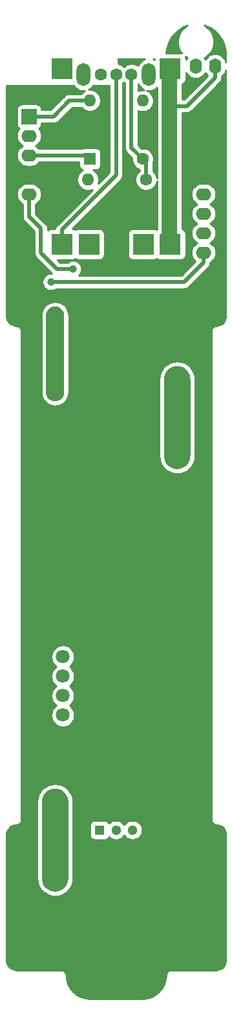
<source format=gtl>
G04 #@! TF.GenerationSoftware,KiCad,Pcbnew,(5.1.5)-3*
G04 #@! TF.CreationDate,2020-05-23T22:10:46-07:00*
G04 #@! TF.ProjectId,iSpindel_PCB,69537069-6e64-4656-9c5f-5043422e6b69,rev?*
G04 #@! TF.SameCoordinates,Original*
G04 #@! TF.FileFunction,Copper,L1,Top*
G04 #@! TF.FilePolarity,Positive*
%FSLAX46Y46*%
G04 Gerber Fmt 4.6, Leading zero omitted, Abs format (unit mm)*
G04 Created by KiCad (PCBNEW (5.1.5)-3) date 2020-05-23 22:10:46*
%MOMM*%
%LPD*%
G04 APERTURE LIST*
%ADD10R,2.800000X2.800000*%
%ADD11C,1.600000*%
%ADD12O,1.600000X1.600000*%
%ADD13O,2.000000X1.600000*%
%ADD14R,2.000000X2.000000*%
%ADD15O,1.600000X2.000000*%
%ADD16C,1.800000*%
%ADD17C,0.100000*%
%ADD18O,1.800000X3.000000*%
%ADD19R,1.600000X1.600000*%
%ADD20C,1.300000*%
%ADD21R,1.300000X1.300000*%
%ADD22C,1.000000*%
%ADD23C,0.250000*%
%ADD24C,0.500000*%
%ADD25C,2.000000*%
%ADD26C,0.254000*%
G04 APERTURE END LIST*
D10*
X141732400Y-40562000D03*
X155932400Y-40562000D03*
X141732400Y-63462000D03*
X155932400Y-63462000D03*
X145272400Y-63462000D03*
X152392400Y-63462000D03*
D11*
X152771800Y-55016400D03*
D12*
X145151800Y-55016400D03*
D13*
X160299400Y-56946800D03*
X160299400Y-59486800D03*
X160299400Y-62026800D03*
X160299400Y-64566800D03*
X137439400Y-56946800D03*
X137439400Y-51866800D03*
D14*
X137439400Y-46786800D03*
D13*
X137439400Y-49326800D03*
D15*
X161810000Y-40195000D03*
X159270000Y-40195000D03*
D16*
X141869400Y-117372000D03*
X141869400Y-119912000D03*
X141869400Y-122452000D03*
X141869400Y-124992000D03*
G04 #@! TA.AperFunction,WasherPad*
D17*
G36*
X141013081Y-134595306D02*
G01*
X141180532Y-134620145D01*
X141344742Y-134661278D01*
X141504130Y-134718308D01*
X141657160Y-134790686D01*
X141802360Y-134877715D01*
X141938329Y-134978557D01*
X142063760Y-135092241D01*
X142177444Y-135217672D01*
X142278286Y-135353641D01*
X142365315Y-135498841D01*
X142437693Y-135651871D01*
X142494723Y-135811259D01*
X142535856Y-135975469D01*
X142560695Y-136142920D01*
X142569001Y-136312000D01*
X142569001Y-146312000D01*
X142560695Y-146481080D01*
X142535856Y-146648531D01*
X142494723Y-146812741D01*
X142437693Y-146972129D01*
X142365315Y-147125159D01*
X142278286Y-147270359D01*
X142177444Y-147406328D01*
X142063760Y-147531759D01*
X141938329Y-147645443D01*
X141802360Y-147746285D01*
X141657160Y-147833314D01*
X141504130Y-147905692D01*
X141344742Y-147962722D01*
X141180532Y-148003855D01*
X141013081Y-148028694D01*
X140844001Y-148037000D01*
X140843999Y-148037000D01*
X140674919Y-148028694D01*
X140507468Y-148003855D01*
X140343258Y-147962722D01*
X140183870Y-147905692D01*
X140030840Y-147833314D01*
X139885640Y-147746285D01*
X139749671Y-147645443D01*
X139624240Y-147531759D01*
X139510556Y-147406328D01*
X139409714Y-147270359D01*
X139322685Y-147125159D01*
X139250307Y-146972129D01*
X139193277Y-146812741D01*
X139152144Y-146648531D01*
X139127305Y-146481080D01*
X139118999Y-146312000D01*
X139118999Y-136312000D01*
X139127305Y-136142920D01*
X139152144Y-135975469D01*
X139193277Y-135811259D01*
X139250307Y-135651871D01*
X139322685Y-135498841D01*
X139409714Y-135353641D01*
X139510556Y-135217672D01*
X139624240Y-135092241D01*
X139749671Y-134978557D01*
X139885640Y-134877715D01*
X140030840Y-134790686D01*
X140183870Y-134718308D01*
X140343258Y-134661278D01*
X140507468Y-134620145D01*
X140674919Y-134595306D01*
X140843999Y-134587000D01*
X140844001Y-134587000D01*
X141013081Y-134595306D01*
G37*
G04 #@! TD.AperFunction*
G04 #@! TA.AperFunction,WasherPad*
G36*
X157013081Y-79395306D02*
G01*
X157180532Y-79420145D01*
X157344742Y-79461278D01*
X157504130Y-79518308D01*
X157657160Y-79590686D01*
X157802360Y-79677715D01*
X157938329Y-79778557D01*
X158063760Y-79892241D01*
X158177444Y-80017672D01*
X158278286Y-80153641D01*
X158365315Y-80298841D01*
X158437693Y-80451871D01*
X158494723Y-80611259D01*
X158535856Y-80775469D01*
X158560695Y-80942920D01*
X158569001Y-81112000D01*
X158569001Y-91112000D01*
X158560695Y-91281080D01*
X158535856Y-91448531D01*
X158494723Y-91612741D01*
X158437693Y-91772129D01*
X158365315Y-91925159D01*
X158278286Y-92070359D01*
X158177444Y-92206328D01*
X158063760Y-92331759D01*
X157938329Y-92445443D01*
X157802360Y-92546285D01*
X157657160Y-92633314D01*
X157504130Y-92705692D01*
X157344742Y-92762722D01*
X157180532Y-92803855D01*
X157013081Y-92828694D01*
X156844001Y-92837000D01*
X156843999Y-92837000D01*
X156674919Y-92828694D01*
X156507468Y-92803855D01*
X156343258Y-92762722D01*
X156183870Y-92705692D01*
X156030840Y-92633314D01*
X155885640Y-92546285D01*
X155749671Y-92445443D01*
X155624240Y-92331759D01*
X155510556Y-92206328D01*
X155409714Y-92070359D01*
X155322685Y-91925159D01*
X155250307Y-91772129D01*
X155193277Y-91612741D01*
X155152144Y-91448531D01*
X155127305Y-91281080D01*
X155118999Y-91112000D01*
X155118999Y-81112000D01*
X155127305Y-80942920D01*
X155152144Y-80775469D01*
X155193277Y-80611259D01*
X155250307Y-80451871D01*
X155322685Y-80298841D01*
X155409714Y-80153641D01*
X155510556Y-80017672D01*
X155624240Y-79892241D01*
X155749671Y-79778557D01*
X155885640Y-79677715D01*
X156030840Y-79590686D01*
X156183870Y-79518308D01*
X156343258Y-79461278D01*
X156507468Y-79420145D01*
X156674919Y-79395306D01*
X156843999Y-79387000D01*
X156844001Y-79387000D01*
X157013081Y-79395306D01*
G37*
G04 #@! TD.AperFunction*
G04 #@! TA.AperFunction,WasherPad*
G36*
X140961131Y-71592754D02*
G01*
X141077134Y-71609962D01*
X141190891Y-71638456D01*
X141301308Y-71677964D01*
X141407320Y-71728104D01*
X141507907Y-71788394D01*
X141602101Y-71858253D01*
X141688994Y-71937007D01*
X141767748Y-72023900D01*
X141837607Y-72118094D01*
X141897897Y-72218681D01*
X141948037Y-72324693D01*
X141987545Y-72435110D01*
X142016039Y-72548867D01*
X142033247Y-72664870D01*
X142039001Y-72782000D01*
X142039001Y-82782000D01*
X142033247Y-82899130D01*
X142016039Y-83015133D01*
X141987545Y-83128890D01*
X141948037Y-83239307D01*
X141897897Y-83345319D01*
X141837607Y-83445906D01*
X141767748Y-83540100D01*
X141688994Y-83626993D01*
X141602101Y-83705747D01*
X141507907Y-83775606D01*
X141407320Y-83835896D01*
X141301308Y-83886036D01*
X141190891Y-83925544D01*
X141077134Y-83954038D01*
X140961131Y-83971246D01*
X140844001Y-83977000D01*
X140843999Y-83977000D01*
X140726869Y-83971246D01*
X140610866Y-83954038D01*
X140497109Y-83925544D01*
X140386692Y-83886036D01*
X140280680Y-83835896D01*
X140180093Y-83775606D01*
X140085899Y-83705747D01*
X139999006Y-83626993D01*
X139920252Y-83540100D01*
X139850393Y-83445906D01*
X139790103Y-83345319D01*
X139739963Y-83239307D01*
X139700455Y-83128890D01*
X139671961Y-83015133D01*
X139654753Y-82899130D01*
X139648999Y-82782000D01*
X139648999Y-72782000D01*
X139654753Y-72664870D01*
X139671961Y-72548867D01*
X139700455Y-72435110D01*
X139739963Y-72324693D01*
X139790103Y-72218681D01*
X139850393Y-72118094D01*
X139920252Y-72023900D01*
X139999006Y-71937007D01*
X140085899Y-71858253D01*
X140180093Y-71788394D01*
X140280680Y-71728104D01*
X140386692Y-71677964D01*
X140497109Y-71638456D01*
X140610866Y-71609962D01*
X140726869Y-71592754D01*
X140843999Y-71587000D01*
X140844001Y-71587000D01*
X140961131Y-71592754D01*
G37*
G04 #@! TD.AperFunction*
D11*
X148842400Y-41292600D03*
X150842400Y-41292600D03*
X146842400Y-41292600D03*
D18*
X153142400Y-41292600D03*
X144542400Y-41292600D03*
D12*
X152323800Y-44729400D03*
D11*
X152323800Y-52349400D03*
D19*
X145389600Y-52324000D03*
D12*
X145389600Y-44704000D03*
D20*
X148831300Y-140000000D03*
X150990300Y-140000000D03*
D21*
X146672300Y-140000000D03*
D22*
X143200000Y-66700000D03*
X140300000Y-68400000D03*
D23*
X137896600Y-52324000D02*
X137439400Y-51866800D01*
D24*
X144932400Y-51866800D02*
X145389600Y-52324000D01*
X137439400Y-51866800D02*
X144932400Y-51866800D01*
X137439400Y-46786800D02*
X140634720Y-46786800D01*
X142717520Y-44704000D02*
X145389600Y-44704000D01*
X140634720Y-46786800D02*
X142717520Y-44704000D01*
X137439400Y-59839400D02*
X139000000Y-61400000D01*
X137439400Y-56946800D02*
X137439400Y-59839400D01*
X142492894Y-66700000D02*
X143200000Y-66700000D01*
X141080398Y-66700000D02*
X142492894Y-66700000D01*
X139000000Y-64619602D02*
X141080398Y-66700000D01*
X139000000Y-61400000D02*
X139000000Y-64619602D01*
D23*
X152374600Y-54619200D02*
X152771800Y-55016400D01*
D24*
X152771800Y-52797400D02*
X152323800Y-52349400D01*
X152771800Y-55016400D02*
X152771800Y-52797400D01*
X157766200Y-68400000D02*
X143400000Y-68400000D01*
X160299400Y-64566800D02*
X160299400Y-65866800D01*
X160299400Y-65866800D02*
X157766200Y-68400000D01*
X143400000Y-68400000D02*
X140300000Y-68400000D01*
X150842400Y-50868000D02*
X150842400Y-41292600D01*
X152323800Y-52349400D02*
X150842400Y-50868000D01*
X148842400Y-42423970D02*
X148842400Y-41292600D01*
X141732400Y-61562000D02*
X148842400Y-54452000D01*
X148842400Y-54452000D02*
X148842400Y-42423970D01*
X141732400Y-63462000D02*
X141732400Y-61562000D01*
D23*
X155832400Y-63162000D02*
X156132400Y-63462000D01*
X160099400Y-62026800D02*
X160299400Y-62026800D01*
D24*
X155832400Y-46978160D02*
X156079640Y-46730920D01*
D25*
X155832400Y-46978160D02*
X155832400Y-63162000D01*
X155832400Y-45416880D02*
X155832400Y-46978160D01*
X155832400Y-40562000D02*
X155832400Y-45416880D01*
D24*
X160299400Y-62026800D02*
X160499400Y-62026800D01*
X155832400Y-45416880D02*
X155851040Y-45435520D01*
X161810000Y-41695000D02*
X161810000Y-40195000D01*
X158088120Y-45416880D02*
X161810000Y-41695000D01*
X155832400Y-45416880D02*
X158088120Y-45416880D01*
D23*
X160299400Y-56946800D02*
X160499400Y-56946800D01*
D26*
G36*
X163213000Y-42561485D02*
G01*
X163211006Y-42581730D01*
X163211006Y-42612911D01*
X163211005Y-42612921D01*
X163211006Y-42612931D01*
X163210988Y-72788946D01*
X163183328Y-73071049D01*
X163110419Y-73312535D01*
X162991991Y-73535265D01*
X162832560Y-73730747D01*
X162638195Y-73891540D01*
X162416301Y-74011518D01*
X162175327Y-74086111D01*
X161920071Y-74112940D01*
X161915433Y-74112483D01*
X161790949Y-74124744D01*
X161671249Y-74161054D01*
X161560933Y-74220020D01*
X161464239Y-74299373D01*
X161384886Y-74396068D01*
X161325920Y-74506384D01*
X161289610Y-74626084D01*
X161280421Y-74719378D01*
X161280422Y-138713390D01*
X161289611Y-138806684D01*
X161325921Y-138926384D01*
X161384887Y-139036700D01*
X161464240Y-139133394D01*
X161560934Y-139212747D01*
X161671250Y-139271713D01*
X161790950Y-139308023D01*
X161853411Y-139314175D01*
X161853467Y-139314181D01*
X161854286Y-139314261D01*
X161915433Y-139320284D01*
X161915572Y-139320270D01*
X162166482Y-139344872D01*
X162407968Y-139417781D01*
X162630698Y-139536209D01*
X162826180Y-139695640D01*
X162986974Y-139890007D01*
X163106951Y-140111898D01*
X163181544Y-140352873D01*
X163210988Y-140633012D01*
X163210989Y-156946757D01*
X163183328Y-157228869D01*
X163110419Y-157470355D01*
X162991991Y-157693085D01*
X162832560Y-157888567D01*
X162638195Y-158049360D01*
X162416301Y-158169338D01*
X162175327Y-158243931D01*
X161895188Y-158273375D01*
X155991443Y-158273375D01*
X155898149Y-158282564D01*
X155778449Y-158318874D01*
X155668133Y-158377840D01*
X155571439Y-158457193D01*
X155492086Y-158553887D01*
X155433120Y-158664203D01*
X155396810Y-158783903D01*
X155384549Y-158908387D01*
X155384563Y-158908525D01*
X155325582Y-159510059D01*
X155150845Y-160088815D01*
X154867023Y-160622605D01*
X154484923Y-161091107D01*
X154019102Y-161476468D01*
X153487306Y-161764010D01*
X152909784Y-161942782D01*
X152278610Y-162009121D01*
X152267688Y-162009159D01*
X152240080Y-162011963D01*
X152212335Y-162011769D01*
X152203511Y-162012634D01*
X152070635Y-162026600D01*
X145573774Y-162026600D01*
X145468742Y-162016301D01*
X145468728Y-162016300D01*
X144805089Y-161951230D01*
X144226333Y-161776493D01*
X143692543Y-161492671D01*
X143224041Y-161110571D01*
X142838680Y-160644750D01*
X142551138Y-160112954D01*
X142372366Y-159535432D01*
X142308048Y-158923487D01*
X142309124Y-158912560D01*
X142296863Y-158788076D01*
X142260553Y-158668376D01*
X142201587Y-158558060D01*
X142122234Y-158461366D01*
X142025540Y-158382013D01*
X141915224Y-158323047D01*
X141795524Y-158286737D01*
X141702230Y-158277548D01*
X135831122Y-158277548D01*
X135524818Y-158247515D01*
X135283332Y-158174606D01*
X135060602Y-158056178D01*
X134865120Y-157896747D01*
X134704327Y-157702382D01*
X134584349Y-157480488D01*
X134509756Y-157239514D01*
X134480312Y-156959375D01*
X134480312Y-140645620D01*
X134507972Y-140363518D01*
X134580881Y-140122032D01*
X134699309Y-139899302D01*
X134858740Y-139703820D01*
X135053107Y-139543026D01*
X135274998Y-139423049D01*
X135515973Y-139348456D01*
X135771229Y-139321627D01*
X135775867Y-139322084D01*
X135900351Y-139309823D01*
X136020051Y-139273513D01*
X136130367Y-139214547D01*
X136227061Y-139135194D01*
X136306414Y-139038500D01*
X136365380Y-138928184D01*
X136401690Y-138808484D01*
X136410879Y-138715190D01*
X136410879Y-136312000D01*
X138480927Y-136312000D01*
X138480927Y-146312000D01*
X138526333Y-146773012D01*
X138660805Y-147216309D01*
X138879176Y-147624852D01*
X139173055Y-147982944D01*
X139531147Y-148276823D01*
X139939690Y-148495194D01*
X140382987Y-148629666D01*
X140843999Y-148675072D01*
X140844001Y-148675072D01*
X141305013Y-148629666D01*
X141748310Y-148495194D01*
X142156853Y-148276823D01*
X142514945Y-147982944D01*
X142808824Y-147624852D01*
X143027195Y-147216309D01*
X143161667Y-146773012D01*
X143207073Y-146312000D01*
X143207073Y-139350000D01*
X145384228Y-139350000D01*
X145384228Y-140650000D01*
X145396488Y-140774482D01*
X145432798Y-140894180D01*
X145491763Y-141004494D01*
X145571115Y-141101185D01*
X145667806Y-141180537D01*
X145778120Y-141239502D01*
X145897818Y-141275812D01*
X146022300Y-141288072D01*
X147322300Y-141288072D01*
X147446782Y-141275812D01*
X147566480Y-141239502D01*
X147676794Y-141180537D01*
X147773485Y-141101185D01*
X147852837Y-141004494D01*
X147910553Y-140896518D01*
X148012160Y-140998125D01*
X148222624Y-141138753D01*
X148456479Y-141235619D01*
X148704739Y-141285000D01*
X148957861Y-141285000D01*
X149206121Y-141235619D01*
X149439976Y-141138753D01*
X149650440Y-140998125D01*
X149829425Y-140819140D01*
X149910800Y-140697354D01*
X149992175Y-140819140D01*
X150171160Y-140998125D01*
X150381624Y-141138753D01*
X150615479Y-141235619D01*
X150863739Y-141285000D01*
X151116861Y-141285000D01*
X151365121Y-141235619D01*
X151598976Y-141138753D01*
X151809440Y-140998125D01*
X151988425Y-140819140D01*
X152129053Y-140608676D01*
X152225919Y-140374821D01*
X152275300Y-140126561D01*
X152275300Y-139873439D01*
X152225919Y-139625179D01*
X152129053Y-139391324D01*
X151988425Y-139180860D01*
X151809440Y-139001875D01*
X151598976Y-138861247D01*
X151365121Y-138764381D01*
X151116861Y-138715000D01*
X150863739Y-138715000D01*
X150615479Y-138764381D01*
X150381624Y-138861247D01*
X150171160Y-139001875D01*
X149992175Y-139180860D01*
X149910800Y-139302646D01*
X149829425Y-139180860D01*
X149650440Y-139001875D01*
X149439976Y-138861247D01*
X149206121Y-138764381D01*
X148957861Y-138715000D01*
X148704739Y-138715000D01*
X148456479Y-138764381D01*
X148222624Y-138861247D01*
X148012160Y-139001875D01*
X147910553Y-139103482D01*
X147852837Y-138995506D01*
X147773485Y-138898815D01*
X147676794Y-138819463D01*
X147566480Y-138760498D01*
X147446782Y-138724188D01*
X147322300Y-138711928D01*
X146022300Y-138711928D01*
X145897818Y-138724188D01*
X145778120Y-138760498D01*
X145667806Y-138819463D01*
X145571115Y-138898815D01*
X145491763Y-138995506D01*
X145432798Y-139105820D01*
X145396488Y-139225518D01*
X145384228Y-139350000D01*
X143207073Y-139350000D01*
X143207073Y-136312000D01*
X143161667Y-135850988D01*
X143027195Y-135407691D01*
X142808824Y-134999148D01*
X142514945Y-134641056D01*
X142156853Y-134347177D01*
X141748310Y-134128806D01*
X141305013Y-133994334D01*
X140844001Y-133948928D01*
X140843999Y-133948928D01*
X140382987Y-133994334D01*
X139939690Y-134128806D01*
X139531147Y-134347177D01*
X139173055Y-134641056D01*
X138879176Y-134999148D01*
X138660805Y-135407691D01*
X138526333Y-135850988D01*
X138480927Y-136312000D01*
X136410879Y-136312000D01*
X136410879Y-117220816D01*
X140334400Y-117220816D01*
X140334400Y-117523184D01*
X140393389Y-117819743D01*
X140509101Y-118099095D01*
X140677088Y-118350505D01*
X140890895Y-118564312D01*
X141007163Y-118642000D01*
X140890895Y-118719688D01*
X140677088Y-118933495D01*
X140509101Y-119184905D01*
X140393389Y-119464257D01*
X140334400Y-119760816D01*
X140334400Y-120063184D01*
X140393389Y-120359743D01*
X140509101Y-120639095D01*
X140677088Y-120890505D01*
X140890895Y-121104312D01*
X141007163Y-121182000D01*
X140890895Y-121259688D01*
X140677088Y-121473495D01*
X140509101Y-121724905D01*
X140393389Y-122004257D01*
X140334400Y-122300816D01*
X140334400Y-122603184D01*
X140393389Y-122899743D01*
X140509101Y-123179095D01*
X140677088Y-123430505D01*
X140890895Y-123644312D01*
X141007163Y-123722000D01*
X140890895Y-123799688D01*
X140677088Y-124013495D01*
X140509101Y-124264905D01*
X140393389Y-124544257D01*
X140334400Y-124840816D01*
X140334400Y-125143184D01*
X140393389Y-125439743D01*
X140509101Y-125719095D01*
X140677088Y-125970505D01*
X140890895Y-126184312D01*
X141142305Y-126352299D01*
X141421657Y-126468011D01*
X141718216Y-126527000D01*
X142020584Y-126527000D01*
X142317143Y-126468011D01*
X142596495Y-126352299D01*
X142847905Y-126184312D01*
X143061712Y-125970505D01*
X143229699Y-125719095D01*
X143345411Y-125439743D01*
X143404400Y-125143184D01*
X143404400Y-124840816D01*
X143345411Y-124544257D01*
X143229699Y-124264905D01*
X143061712Y-124013495D01*
X142847905Y-123799688D01*
X142731637Y-123722000D01*
X142847905Y-123644312D01*
X143061712Y-123430505D01*
X143229699Y-123179095D01*
X143345411Y-122899743D01*
X143404400Y-122603184D01*
X143404400Y-122300816D01*
X143345411Y-122004257D01*
X143229699Y-121724905D01*
X143061712Y-121473495D01*
X142847905Y-121259688D01*
X142731637Y-121182000D01*
X142847905Y-121104312D01*
X143061712Y-120890505D01*
X143229699Y-120639095D01*
X143345411Y-120359743D01*
X143404400Y-120063184D01*
X143404400Y-119760816D01*
X143345411Y-119464257D01*
X143229699Y-119184905D01*
X143061712Y-118933495D01*
X142847905Y-118719688D01*
X142731637Y-118642000D01*
X142847905Y-118564312D01*
X143061712Y-118350505D01*
X143229699Y-118099095D01*
X143345411Y-117819743D01*
X143404400Y-117523184D01*
X143404400Y-117220816D01*
X143345411Y-116924257D01*
X143229699Y-116644905D01*
X143061712Y-116393495D01*
X142847905Y-116179688D01*
X142596495Y-116011701D01*
X142317143Y-115895989D01*
X142020584Y-115837000D01*
X141718216Y-115837000D01*
X141421657Y-115895989D01*
X141142305Y-116011701D01*
X140890895Y-116179688D01*
X140677088Y-116393495D01*
X140509101Y-116644905D01*
X140393389Y-116924257D01*
X140334400Y-117220816D01*
X136410879Y-117220816D01*
X136410879Y-74721177D01*
X136401690Y-74627883D01*
X136365380Y-74508183D01*
X136306414Y-74397867D01*
X136227061Y-74301173D01*
X136130366Y-74221820D01*
X136020050Y-74162854D01*
X135900350Y-74126544D01*
X135837889Y-74120392D01*
X135837833Y-74120386D01*
X135837014Y-74120306D01*
X135775867Y-74114283D01*
X135775728Y-74114297D01*
X135524818Y-74089695D01*
X135283332Y-74016786D01*
X135060602Y-73898358D01*
X134865120Y-73738927D01*
X134704327Y-73544562D01*
X134584349Y-73322668D01*
X134509756Y-73081694D01*
X134480312Y-72801555D01*
X134480312Y-72782000D01*
X139010927Y-72782000D01*
X139010927Y-82782000D01*
X139046149Y-83139615D01*
X139150461Y-83483486D01*
X139319855Y-83800400D01*
X139547821Y-84078178D01*
X139825599Y-84306144D01*
X140142513Y-84475538D01*
X140486384Y-84579850D01*
X140843999Y-84615072D01*
X140844001Y-84615072D01*
X141201616Y-84579850D01*
X141545487Y-84475538D01*
X141862401Y-84306144D01*
X142140179Y-84078178D01*
X142368145Y-83800400D01*
X142537539Y-83483486D01*
X142641851Y-83139615D01*
X142677073Y-82782000D01*
X142677073Y-81112000D01*
X154480927Y-81112000D01*
X154480927Y-91112000D01*
X154526333Y-91573012D01*
X154660805Y-92016309D01*
X154879176Y-92424852D01*
X155173055Y-92782944D01*
X155531147Y-93076823D01*
X155939690Y-93295194D01*
X156382987Y-93429666D01*
X156843999Y-93475072D01*
X156844001Y-93475072D01*
X157305013Y-93429666D01*
X157748310Y-93295194D01*
X158156853Y-93076823D01*
X158514945Y-92782944D01*
X158808824Y-92424852D01*
X159027195Y-92016309D01*
X159161667Y-91573012D01*
X159207073Y-91112000D01*
X159207073Y-81112000D01*
X159161667Y-80650988D01*
X159027195Y-80207691D01*
X158808824Y-79799148D01*
X158514945Y-79441056D01*
X158156853Y-79147177D01*
X157748310Y-78928806D01*
X157305013Y-78794334D01*
X156844001Y-78748928D01*
X156843999Y-78748928D01*
X156382987Y-78794334D01*
X155939690Y-78928806D01*
X155531147Y-79147177D01*
X155173055Y-79441056D01*
X154879176Y-79799148D01*
X154660805Y-80207691D01*
X154526333Y-80650988D01*
X154480927Y-81112000D01*
X142677073Y-81112000D01*
X142677073Y-72782000D01*
X142641851Y-72424385D01*
X142537539Y-72080514D01*
X142368145Y-71763600D01*
X142140179Y-71485822D01*
X141862401Y-71257856D01*
X141545487Y-71088462D01*
X141201616Y-70984150D01*
X140844001Y-70948928D01*
X140843999Y-70948928D01*
X140486384Y-70984150D01*
X140142513Y-71088462D01*
X139825599Y-71257856D01*
X139547821Y-71485822D01*
X139319855Y-71763600D01*
X139150461Y-72080514D01*
X139046149Y-72424385D01*
X139010927Y-72782000D01*
X134480312Y-72782000D01*
X134480312Y-42747000D01*
X143258569Y-42747000D01*
X143259920Y-42749527D01*
X143451740Y-42983261D01*
X143685474Y-43175081D01*
X143952140Y-43317617D01*
X144241488Y-43405390D01*
X144542400Y-43435027D01*
X144753542Y-43414232D01*
X144709873Y-43432320D01*
X144474841Y-43589363D01*
X144274963Y-43789241D01*
X144255079Y-43819000D01*
X142760986Y-43819000D01*
X142717519Y-43814719D01*
X142674053Y-43819000D01*
X142674043Y-43819000D01*
X142544030Y-43831805D01*
X142377207Y-43882411D01*
X142223461Y-43964589D01*
X142223459Y-43964590D01*
X142223460Y-43964590D01*
X142122473Y-44047468D01*
X142122471Y-44047470D01*
X142088703Y-44075183D01*
X142060990Y-44108951D01*
X140268142Y-45901800D01*
X139077472Y-45901800D01*
X139077472Y-45786800D01*
X139065212Y-45662318D01*
X139028902Y-45542620D01*
X138969937Y-45432306D01*
X138890585Y-45335615D01*
X138793894Y-45256263D01*
X138683580Y-45197298D01*
X138563882Y-45160988D01*
X138439400Y-45148728D01*
X136439400Y-45148728D01*
X136314918Y-45160988D01*
X136195220Y-45197298D01*
X136084906Y-45256263D01*
X135988215Y-45335615D01*
X135908863Y-45432306D01*
X135849898Y-45542620D01*
X135813588Y-45662318D01*
X135801328Y-45786800D01*
X135801328Y-47786800D01*
X135813588Y-47911282D01*
X135849898Y-48030980D01*
X135908863Y-48141294D01*
X135988215Y-48237985D01*
X136084906Y-48317337D01*
X136172876Y-48364359D01*
X136040468Y-48525699D01*
X135907218Y-48774992D01*
X135825164Y-49045491D01*
X135797457Y-49326800D01*
X135825164Y-49608109D01*
X135907218Y-49878608D01*
X136040468Y-50127901D01*
X136219792Y-50346408D01*
X136438299Y-50525732D01*
X136571258Y-50596800D01*
X136438299Y-50667868D01*
X136219792Y-50847192D01*
X136040468Y-51065699D01*
X135907218Y-51314992D01*
X135825164Y-51585491D01*
X135797457Y-51866800D01*
X135825164Y-52148109D01*
X135907218Y-52418608D01*
X136040468Y-52667901D01*
X136219792Y-52886408D01*
X136438299Y-53065732D01*
X136687592Y-53198982D01*
X136958091Y-53281036D01*
X137168908Y-53301800D01*
X137709892Y-53301800D01*
X137920709Y-53281036D01*
X138191208Y-53198982D01*
X138440501Y-53065732D01*
X138659008Y-52886408D01*
X138769478Y-52751800D01*
X143951528Y-52751800D01*
X143951528Y-53124000D01*
X143963788Y-53248482D01*
X144000098Y-53368180D01*
X144059063Y-53478494D01*
X144138415Y-53575185D01*
X144235106Y-53654537D01*
X144345420Y-53713502D01*
X144464660Y-53749673D01*
X144237041Y-53901763D01*
X144037163Y-54101641D01*
X143880120Y-54336673D01*
X143771947Y-54597826D01*
X143716800Y-54875065D01*
X143716800Y-55157735D01*
X143771947Y-55434974D01*
X143880120Y-55696127D01*
X144037163Y-55931159D01*
X144237041Y-56131037D01*
X144472073Y-56288080D01*
X144733226Y-56396253D01*
X145010465Y-56451400D01*
X145293135Y-56451400D01*
X145570374Y-56396253D01*
X145700446Y-56342376D01*
X141137352Y-60905470D01*
X141103584Y-60933183D01*
X141075871Y-60966951D01*
X141075868Y-60966954D01*
X140992990Y-61067941D01*
X140910812Y-61221687D01*
X140860205Y-61388510D01*
X140856717Y-61423928D01*
X140332400Y-61423928D01*
X140207918Y-61436188D01*
X140088220Y-61472498D01*
X139977906Y-61531463D01*
X139885000Y-61607709D01*
X139885000Y-61443469D01*
X139889281Y-61400000D01*
X139885000Y-61356531D01*
X139885000Y-61356523D01*
X139872195Y-61226510D01*
X139824093Y-61067941D01*
X139821589Y-61059686D01*
X139739411Y-60905941D01*
X139656532Y-60804953D01*
X139656530Y-60804951D01*
X139628817Y-60771183D01*
X139595050Y-60743471D01*
X138324400Y-59472822D01*
X138324400Y-58207789D01*
X138440501Y-58145732D01*
X138659008Y-57966408D01*
X138838332Y-57747901D01*
X138971582Y-57498608D01*
X139053636Y-57228109D01*
X139081343Y-56946800D01*
X139053636Y-56665491D01*
X138971582Y-56394992D01*
X138838332Y-56145699D01*
X138659008Y-55927192D01*
X138440501Y-55747868D01*
X138191208Y-55614618D01*
X137920709Y-55532564D01*
X137709892Y-55511800D01*
X137168908Y-55511800D01*
X136958091Y-55532564D01*
X136687592Y-55614618D01*
X136438299Y-55747868D01*
X136219792Y-55927192D01*
X136040468Y-56145699D01*
X135907218Y-56394992D01*
X135825164Y-56665491D01*
X135797457Y-56946800D01*
X135825164Y-57228109D01*
X135907218Y-57498608D01*
X136040468Y-57747901D01*
X136219792Y-57966408D01*
X136438299Y-58145732D01*
X136554400Y-58207790D01*
X136554401Y-59795921D01*
X136550119Y-59839400D01*
X136567205Y-60012890D01*
X136617812Y-60179713D01*
X136699990Y-60333459D01*
X136782868Y-60434446D01*
X136782871Y-60434449D01*
X136810584Y-60468217D01*
X136844351Y-60495929D01*
X138115000Y-61766579D01*
X138115001Y-64576123D01*
X138110719Y-64619602D01*
X138127805Y-64793092D01*
X138178412Y-64959915D01*
X138260590Y-65113661D01*
X138343468Y-65214648D01*
X138343471Y-65214651D01*
X138371184Y-65248419D01*
X138404951Y-65276131D01*
X140393819Y-67265000D01*
X140188212Y-67265000D01*
X139968933Y-67308617D01*
X139762376Y-67394176D01*
X139576480Y-67518388D01*
X139418388Y-67676480D01*
X139294176Y-67862376D01*
X139208617Y-68068933D01*
X139165000Y-68288212D01*
X139165000Y-68511788D01*
X139208617Y-68731067D01*
X139294176Y-68937624D01*
X139418388Y-69123520D01*
X139576480Y-69281612D01*
X139762376Y-69405824D01*
X139968933Y-69491383D01*
X140188212Y-69535000D01*
X140411788Y-69535000D01*
X140631067Y-69491383D01*
X140837624Y-69405824D01*
X141018450Y-69285000D01*
X157722731Y-69285000D01*
X157766200Y-69289281D01*
X157809669Y-69285000D01*
X157809677Y-69285000D01*
X157939690Y-69272195D01*
X158106513Y-69221589D01*
X158260259Y-69139411D01*
X158395017Y-69028817D01*
X158422734Y-68995044D01*
X160894449Y-66523330D01*
X160928217Y-66495617D01*
X161038811Y-66360859D01*
X161120989Y-66207113D01*
X161171595Y-66040290D01*
X161184400Y-65910277D01*
X161184400Y-65910269D01*
X161188681Y-65866800D01*
X161184817Y-65827566D01*
X161300501Y-65765732D01*
X161519008Y-65586408D01*
X161698332Y-65367901D01*
X161831582Y-65118608D01*
X161913636Y-64848109D01*
X161941343Y-64566800D01*
X161913636Y-64285491D01*
X161831582Y-64014992D01*
X161698332Y-63765699D01*
X161519008Y-63547192D01*
X161300501Y-63367868D01*
X161167542Y-63296800D01*
X161300501Y-63225732D01*
X161519008Y-63046408D01*
X161698332Y-62827901D01*
X161831582Y-62578608D01*
X161913636Y-62308109D01*
X161941343Y-62026800D01*
X161913636Y-61745491D01*
X161831582Y-61474992D01*
X161698332Y-61225699D01*
X161519008Y-61007192D01*
X161300501Y-60827868D01*
X161167542Y-60756800D01*
X161300501Y-60685732D01*
X161519008Y-60506408D01*
X161698332Y-60287901D01*
X161831582Y-60038608D01*
X161913636Y-59768109D01*
X161941343Y-59486800D01*
X161913636Y-59205491D01*
X161831582Y-58934992D01*
X161698332Y-58685699D01*
X161519008Y-58467192D01*
X161300501Y-58287868D01*
X161167542Y-58216800D01*
X161300501Y-58145732D01*
X161519008Y-57966408D01*
X161698332Y-57747901D01*
X161831582Y-57498608D01*
X161913636Y-57228109D01*
X161941343Y-56946800D01*
X161913636Y-56665491D01*
X161831582Y-56394992D01*
X161698332Y-56145699D01*
X161519008Y-55927192D01*
X161300501Y-55747868D01*
X161051208Y-55614618D01*
X160780709Y-55532564D01*
X160569892Y-55511800D01*
X160028908Y-55511800D01*
X159818091Y-55532564D01*
X159547592Y-55614618D01*
X159298299Y-55747868D01*
X159079792Y-55927192D01*
X158900468Y-56145699D01*
X158767218Y-56394992D01*
X158685164Y-56665491D01*
X158657457Y-56946800D01*
X158685164Y-57228109D01*
X158767218Y-57498608D01*
X158900468Y-57747901D01*
X159079792Y-57966408D01*
X159298299Y-58145732D01*
X159431258Y-58216800D01*
X159298299Y-58287868D01*
X159079792Y-58467192D01*
X158900468Y-58685699D01*
X158767218Y-58934992D01*
X158685164Y-59205491D01*
X158657457Y-59486800D01*
X158685164Y-59768109D01*
X158767218Y-60038608D01*
X158900468Y-60287901D01*
X159079792Y-60506408D01*
X159298299Y-60685732D01*
X159431258Y-60756800D01*
X159298299Y-60827868D01*
X159079792Y-61007192D01*
X158900468Y-61225699D01*
X158767218Y-61474992D01*
X158685164Y-61745491D01*
X158657457Y-62026800D01*
X158685164Y-62308109D01*
X158767218Y-62578608D01*
X158900468Y-62827901D01*
X159079792Y-63046408D01*
X159298299Y-63225732D01*
X159431258Y-63296800D01*
X159298299Y-63367868D01*
X159079792Y-63547192D01*
X158900468Y-63765699D01*
X158767218Y-64014992D01*
X158685164Y-64285491D01*
X158657457Y-64566800D01*
X158685164Y-64848109D01*
X158767218Y-65118608D01*
X158900468Y-65367901D01*
X159079792Y-65586408D01*
X159216236Y-65698385D01*
X157399622Y-67515000D01*
X143990132Y-67515000D01*
X144081612Y-67423520D01*
X144205824Y-67237624D01*
X144291383Y-67031067D01*
X144335000Y-66811788D01*
X144335000Y-66588212D01*
X144291383Y-66368933D01*
X144205824Y-66162376D01*
X144081612Y-65976480D01*
X143923520Y-65818388D01*
X143737624Y-65694176D01*
X143531067Y-65608617D01*
X143311788Y-65565000D01*
X143088212Y-65565000D01*
X142868933Y-65608617D01*
X142662376Y-65694176D01*
X142481550Y-65815000D01*
X141446977Y-65815000D01*
X141132049Y-65500072D01*
X143132400Y-65500072D01*
X143256882Y-65487812D01*
X143376580Y-65451502D01*
X143486894Y-65392537D01*
X143502400Y-65379812D01*
X143517906Y-65392537D01*
X143628220Y-65451502D01*
X143747918Y-65487812D01*
X143872400Y-65500072D01*
X146672400Y-65500072D01*
X146796882Y-65487812D01*
X146916580Y-65451502D01*
X147026894Y-65392537D01*
X147123585Y-65313185D01*
X147202937Y-65216494D01*
X147261902Y-65106180D01*
X147298212Y-64986482D01*
X147310472Y-64862000D01*
X147310472Y-62062000D01*
X147298212Y-61937518D01*
X147261902Y-61817820D01*
X147202937Y-61707506D01*
X147123585Y-61610815D01*
X147026894Y-61531463D01*
X146916580Y-61472498D01*
X146796882Y-61436188D01*
X146672400Y-61423928D01*
X143872400Y-61423928D01*
X143747918Y-61436188D01*
X143628220Y-61472498D01*
X143517906Y-61531463D01*
X143502400Y-61544188D01*
X143486894Y-61531463D01*
X143376580Y-61472498D01*
X143256882Y-61436188D01*
X143132400Y-61423928D01*
X143122050Y-61423928D01*
X149437451Y-55108528D01*
X149471217Y-55080817D01*
X149501863Y-55043476D01*
X149581810Y-54946060D01*
X149581811Y-54946059D01*
X149663989Y-54792313D01*
X149714595Y-54625490D01*
X149727400Y-54495477D01*
X149727400Y-54495467D01*
X149731681Y-54452001D01*
X149727400Y-54408535D01*
X149727400Y-42427121D01*
X149757159Y-42407237D01*
X149842400Y-42321996D01*
X149927641Y-42407237D01*
X149957401Y-42427122D01*
X149957400Y-50824531D01*
X149953119Y-50868000D01*
X149957400Y-50911469D01*
X149957400Y-50911476D01*
X149970205Y-51041489D01*
X150020811Y-51208312D01*
X150102989Y-51362058D01*
X150213583Y-51496817D01*
X150247356Y-51524534D01*
X150895783Y-52172961D01*
X150888800Y-52208065D01*
X150888800Y-52490735D01*
X150943947Y-52767974D01*
X151052120Y-53029127D01*
X151209163Y-53264159D01*
X151409041Y-53464037D01*
X151644073Y-53621080D01*
X151886801Y-53721621D01*
X151886801Y-53881878D01*
X151857041Y-53901763D01*
X151657163Y-54101641D01*
X151500120Y-54336673D01*
X151391947Y-54597826D01*
X151336800Y-54875065D01*
X151336800Y-55157735D01*
X151391947Y-55434974D01*
X151500120Y-55696127D01*
X151657163Y-55931159D01*
X151857041Y-56131037D01*
X152092073Y-56288080D01*
X152353226Y-56396253D01*
X152630465Y-56451400D01*
X152913135Y-56451400D01*
X153190374Y-56396253D01*
X153451527Y-56288080D01*
X153686559Y-56131037D01*
X153886437Y-55931159D01*
X154043480Y-55696127D01*
X154151653Y-55434974D01*
X154197401Y-55204989D01*
X154197401Y-61521043D01*
X154177906Y-61531463D01*
X154162400Y-61544188D01*
X154146894Y-61531463D01*
X154036580Y-61472498D01*
X153916882Y-61436188D01*
X153792400Y-61423928D01*
X150992400Y-61423928D01*
X150867918Y-61436188D01*
X150748220Y-61472498D01*
X150637906Y-61531463D01*
X150541215Y-61610815D01*
X150461863Y-61707506D01*
X150402898Y-61817820D01*
X150366588Y-61937518D01*
X150354328Y-62062000D01*
X150354328Y-64862000D01*
X150366588Y-64986482D01*
X150402898Y-65106180D01*
X150461863Y-65216494D01*
X150541215Y-65313185D01*
X150637906Y-65392537D01*
X150748220Y-65451502D01*
X150867918Y-65487812D01*
X150992400Y-65500072D01*
X153792400Y-65500072D01*
X153916882Y-65487812D01*
X154036580Y-65451502D01*
X154146894Y-65392537D01*
X154162400Y-65379812D01*
X154177906Y-65392537D01*
X154288220Y-65451502D01*
X154407918Y-65487812D01*
X154532400Y-65500072D01*
X157332400Y-65500072D01*
X157456882Y-65487812D01*
X157576580Y-65451502D01*
X157686894Y-65392537D01*
X157783585Y-65313185D01*
X157862937Y-65216494D01*
X157921902Y-65106180D01*
X157958212Y-64986482D01*
X157970472Y-64862000D01*
X157970472Y-62062000D01*
X157958212Y-61937518D01*
X157921902Y-61817820D01*
X157862937Y-61707506D01*
X157783585Y-61610815D01*
X157686894Y-61531463D01*
X157576580Y-61472498D01*
X157467400Y-61439379D01*
X157467400Y-46301880D01*
X158044651Y-46301880D01*
X158088120Y-46306161D01*
X158131589Y-46301880D01*
X158131597Y-46301880D01*
X158261610Y-46289075D01*
X158428433Y-46238469D01*
X158582179Y-46156291D01*
X158716937Y-46045697D01*
X158744654Y-46011924D01*
X162405050Y-42351529D01*
X162438817Y-42323817D01*
X162485293Y-42267187D01*
X162528266Y-42214824D01*
X162549411Y-42189059D01*
X162631589Y-42035313D01*
X162682195Y-41868490D01*
X162695000Y-41738477D01*
X162695000Y-41738467D01*
X162699281Y-41695001D01*
X162695000Y-41651535D01*
X162695000Y-41525077D01*
X162829607Y-41414608D01*
X163008932Y-41196101D01*
X163142182Y-40946808D01*
X163213000Y-40713350D01*
X163213000Y-42561485D01*
G37*
X163213000Y-42561485D02*
X163211006Y-42581730D01*
X163211006Y-42612911D01*
X163211005Y-42612921D01*
X163211006Y-42612931D01*
X163210988Y-72788946D01*
X163183328Y-73071049D01*
X163110419Y-73312535D01*
X162991991Y-73535265D01*
X162832560Y-73730747D01*
X162638195Y-73891540D01*
X162416301Y-74011518D01*
X162175327Y-74086111D01*
X161920071Y-74112940D01*
X161915433Y-74112483D01*
X161790949Y-74124744D01*
X161671249Y-74161054D01*
X161560933Y-74220020D01*
X161464239Y-74299373D01*
X161384886Y-74396068D01*
X161325920Y-74506384D01*
X161289610Y-74626084D01*
X161280421Y-74719378D01*
X161280422Y-138713390D01*
X161289611Y-138806684D01*
X161325921Y-138926384D01*
X161384887Y-139036700D01*
X161464240Y-139133394D01*
X161560934Y-139212747D01*
X161671250Y-139271713D01*
X161790950Y-139308023D01*
X161853411Y-139314175D01*
X161853467Y-139314181D01*
X161854286Y-139314261D01*
X161915433Y-139320284D01*
X161915572Y-139320270D01*
X162166482Y-139344872D01*
X162407968Y-139417781D01*
X162630698Y-139536209D01*
X162826180Y-139695640D01*
X162986974Y-139890007D01*
X163106951Y-140111898D01*
X163181544Y-140352873D01*
X163210988Y-140633012D01*
X163210989Y-156946757D01*
X163183328Y-157228869D01*
X163110419Y-157470355D01*
X162991991Y-157693085D01*
X162832560Y-157888567D01*
X162638195Y-158049360D01*
X162416301Y-158169338D01*
X162175327Y-158243931D01*
X161895188Y-158273375D01*
X155991443Y-158273375D01*
X155898149Y-158282564D01*
X155778449Y-158318874D01*
X155668133Y-158377840D01*
X155571439Y-158457193D01*
X155492086Y-158553887D01*
X155433120Y-158664203D01*
X155396810Y-158783903D01*
X155384549Y-158908387D01*
X155384563Y-158908525D01*
X155325582Y-159510059D01*
X155150845Y-160088815D01*
X154867023Y-160622605D01*
X154484923Y-161091107D01*
X154019102Y-161476468D01*
X153487306Y-161764010D01*
X152909784Y-161942782D01*
X152278610Y-162009121D01*
X152267688Y-162009159D01*
X152240080Y-162011963D01*
X152212335Y-162011769D01*
X152203511Y-162012634D01*
X152070635Y-162026600D01*
X145573774Y-162026600D01*
X145468742Y-162016301D01*
X145468728Y-162016300D01*
X144805089Y-161951230D01*
X144226333Y-161776493D01*
X143692543Y-161492671D01*
X143224041Y-161110571D01*
X142838680Y-160644750D01*
X142551138Y-160112954D01*
X142372366Y-159535432D01*
X142308048Y-158923487D01*
X142309124Y-158912560D01*
X142296863Y-158788076D01*
X142260553Y-158668376D01*
X142201587Y-158558060D01*
X142122234Y-158461366D01*
X142025540Y-158382013D01*
X141915224Y-158323047D01*
X141795524Y-158286737D01*
X141702230Y-158277548D01*
X135831122Y-158277548D01*
X135524818Y-158247515D01*
X135283332Y-158174606D01*
X135060602Y-158056178D01*
X134865120Y-157896747D01*
X134704327Y-157702382D01*
X134584349Y-157480488D01*
X134509756Y-157239514D01*
X134480312Y-156959375D01*
X134480312Y-140645620D01*
X134507972Y-140363518D01*
X134580881Y-140122032D01*
X134699309Y-139899302D01*
X134858740Y-139703820D01*
X135053107Y-139543026D01*
X135274998Y-139423049D01*
X135515973Y-139348456D01*
X135771229Y-139321627D01*
X135775867Y-139322084D01*
X135900351Y-139309823D01*
X136020051Y-139273513D01*
X136130367Y-139214547D01*
X136227061Y-139135194D01*
X136306414Y-139038500D01*
X136365380Y-138928184D01*
X136401690Y-138808484D01*
X136410879Y-138715190D01*
X136410879Y-136312000D01*
X138480927Y-136312000D01*
X138480927Y-146312000D01*
X138526333Y-146773012D01*
X138660805Y-147216309D01*
X138879176Y-147624852D01*
X139173055Y-147982944D01*
X139531147Y-148276823D01*
X139939690Y-148495194D01*
X140382987Y-148629666D01*
X140843999Y-148675072D01*
X140844001Y-148675072D01*
X141305013Y-148629666D01*
X141748310Y-148495194D01*
X142156853Y-148276823D01*
X142514945Y-147982944D01*
X142808824Y-147624852D01*
X143027195Y-147216309D01*
X143161667Y-146773012D01*
X143207073Y-146312000D01*
X143207073Y-139350000D01*
X145384228Y-139350000D01*
X145384228Y-140650000D01*
X145396488Y-140774482D01*
X145432798Y-140894180D01*
X145491763Y-141004494D01*
X145571115Y-141101185D01*
X145667806Y-141180537D01*
X145778120Y-141239502D01*
X145897818Y-141275812D01*
X146022300Y-141288072D01*
X147322300Y-141288072D01*
X147446782Y-141275812D01*
X147566480Y-141239502D01*
X147676794Y-141180537D01*
X147773485Y-141101185D01*
X147852837Y-141004494D01*
X147910553Y-140896518D01*
X148012160Y-140998125D01*
X148222624Y-141138753D01*
X148456479Y-141235619D01*
X148704739Y-141285000D01*
X148957861Y-141285000D01*
X149206121Y-141235619D01*
X149439976Y-141138753D01*
X149650440Y-140998125D01*
X149829425Y-140819140D01*
X149910800Y-140697354D01*
X149992175Y-140819140D01*
X150171160Y-140998125D01*
X150381624Y-141138753D01*
X150615479Y-141235619D01*
X150863739Y-141285000D01*
X151116861Y-141285000D01*
X151365121Y-141235619D01*
X151598976Y-141138753D01*
X151809440Y-140998125D01*
X151988425Y-140819140D01*
X152129053Y-140608676D01*
X152225919Y-140374821D01*
X152275300Y-140126561D01*
X152275300Y-139873439D01*
X152225919Y-139625179D01*
X152129053Y-139391324D01*
X151988425Y-139180860D01*
X151809440Y-139001875D01*
X151598976Y-138861247D01*
X151365121Y-138764381D01*
X151116861Y-138715000D01*
X150863739Y-138715000D01*
X150615479Y-138764381D01*
X150381624Y-138861247D01*
X150171160Y-139001875D01*
X149992175Y-139180860D01*
X149910800Y-139302646D01*
X149829425Y-139180860D01*
X149650440Y-139001875D01*
X149439976Y-138861247D01*
X149206121Y-138764381D01*
X148957861Y-138715000D01*
X148704739Y-138715000D01*
X148456479Y-138764381D01*
X148222624Y-138861247D01*
X148012160Y-139001875D01*
X147910553Y-139103482D01*
X147852837Y-138995506D01*
X147773485Y-138898815D01*
X147676794Y-138819463D01*
X147566480Y-138760498D01*
X147446782Y-138724188D01*
X147322300Y-138711928D01*
X146022300Y-138711928D01*
X145897818Y-138724188D01*
X145778120Y-138760498D01*
X145667806Y-138819463D01*
X145571115Y-138898815D01*
X145491763Y-138995506D01*
X145432798Y-139105820D01*
X145396488Y-139225518D01*
X145384228Y-139350000D01*
X143207073Y-139350000D01*
X143207073Y-136312000D01*
X143161667Y-135850988D01*
X143027195Y-135407691D01*
X142808824Y-134999148D01*
X142514945Y-134641056D01*
X142156853Y-134347177D01*
X141748310Y-134128806D01*
X141305013Y-133994334D01*
X140844001Y-133948928D01*
X140843999Y-133948928D01*
X140382987Y-133994334D01*
X139939690Y-134128806D01*
X139531147Y-134347177D01*
X139173055Y-134641056D01*
X138879176Y-134999148D01*
X138660805Y-135407691D01*
X138526333Y-135850988D01*
X138480927Y-136312000D01*
X136410879Y-136312000D01*
X136410879Y-117220816D01*
X140334400Y-117220816D01*
X140334400Y-117523184D01*
X140393389Y-117819743D01*
X140509101Y-118099095D01*
X140677088Y-118350505D01*
X140890895Y-118564312D01*
X141007163Y-118642000D01*
X140890895Y-118719688D01*
X140677088Y-118933495D01*
X140509101Y-119184905D01*
X140393389Y-119464257D01*
X140334400Y-119760816D01*
X140334400Y-120063184D01*
X140393389Y-120359743D01*
X140509101Y-120639095D01*
X140677088Y-120890505D01*
X140890895Y-121104312D01*
X141007163Y-121182000D01*
X140890895Y-121259688D01*
X140677088Y-121473495D01*
X140509101Y-121724905D01*
X140393389Y-122004257D01*
X140334400Y-122300816D01*
X140334400Y-122603184D01*
X140393389Y-122899743D01*
X140509101Y-123179095D01*
X140677088Y-123430505D01*
X140890895Y-123644312D01*
X141007163Y-123722000D01*
X140890895Y-123799688D01*
X140677088Y-124013495D01*
X140509101Y-124264905D01*
X140393389Y-124544257D01*
X140334400Y-124840816D01*
X140334400Y-125143184D01*
X140393389Y-125439743D01*
X140509101Y-125719095D01*
X140677088Y-125970505D01*
X140890895Y-126184312D01*
X141142305Y-126352299D01*
X141421657Y-126468011D01*
X141718216Y-126527000D01*
X142020584Y-126527000D01*
X142317143Y-126468011D01*
X142596495Y-126352299D01*
X142847905Y-126184312D01*
X143061712Y-125970505D01*
X143229699Y-125719095D01*
X143345411Y-125439743D01*
X143404400Y-125143184D01*
X143404400Y-124840816D01*
X143345411Y-124544257D01*
X143229699Y-124264905D01*
X143061712Y-124013495D01*
X142847905Y-123799688D01*
X142731637Y-123722000D01*
X142847905Y-123644312D01*
X143061712Y-123430505D01*
X143229699Y-123179095D01*
X143345411Y-122899743D01*
X143404400Y-122603184D01*
X143404400Y-122300816D01*
X143345411Y-122004257D01*
X143229699Y-121724905D01*
X143061712Y-121473495D01*
X142847905Y-121259688D01*
X142731637Y-121182000D01*
X142847905Y-121104312D01*
X143061712Y-120890505D01*
X143229699Y-120639095D01*
X143345411Y-120359743D01*
X143404400Y-120063184D01*
X143404400Y-119760816D01*
X143345411Y-119464257D01*
X143229699Y-119184905D01*
X143061712Y-118933495D01*
X142847905Y-118719688D01*
X142731637Y-118642000D01*
X142847905Y-118564312D01*
X143061712Y-118350505D01*
X143229699Y-118099095D01*
X143345411Y-117819743D01*
X143404400Y-117523184D01*
X143404400Y-117220816D01*
X143345411Y-116924257D01*
X143229699Y-116644905D01*
X143061712Y-116393495D01*
X142847905Y-116179688D01*
X142596495Y-116011701D01*
X142317143Y-115895989D01*
X142020584Y-115837000D01*
X141718216Y-115837000D01*
X141421657Y-115895989D01*
X141142305Y-116011701D01*
X140890895Y-116179688D01*
X140677088Y-116393495D01*
X140509101Y-116644905D01*
X140393389Y-116924257D01*
X140334400Y-117220816D01*
X136410879Y-117220816D01*
X136410879Y-74721177D01*
X136401690Y-74627883D01*
X136365380Y-74508183D01*
X136306414Y-74397867D01*
X136227061Y-74301173D01*
X136130366Y-74221820D01*
X136020050Y-74162854D01*
X135900350Y-74126544D01*
X135837889Y-74120392D01*
X135837833Y-74120386D01*
X135837014Y-74120306D01*
X135775867Y-74114283D01*
X135775728Y-74114297D01*
X135524818Y-74089695D01*
X135283332Y-74016786D01*
X135060602Y-73898358D01*
X134865120Y-73738927D01*
X134704327Y-73544562D01*
X134584349Y-73322668D01*
X134509756Y-73081694D01*
X134480312Y-72801555D01*
X134480312Y-72782000D01*
X139010927Y-72782000D01*
X139010927Y-82782000D01*
X139046149Y-83139615D01*
X139150461Y-83483486D01*
X139319855Y-83800400D01*
X139547821Y-84078178D01*
X139825599Y-84306144D01*
X140142513Y-84475538D01*
X140486384Y-84579850D01*
X140843999Y-84615072D01*
X140844001Y-84615072D01*
X141201616Y-84579850D01*
X141545487Y-84475538D01*
X141862401Y-84306144D01*
X142140179Y-84078178D01*
X142368145Y-83800400D01*
X142537539Y-83483486D01*
X142641851Y-83139615D01*
X142677073Y-82782000D01*
X142677073Y-81112000D01*
X154480927Y-81112000D01*
X154480927Y-91112000D01*
X154526333Y-91573012D01*
X154660805Y-92016309D01*
X154879176Y-92424852D01*
X155173055Y-92782944D01*
X155531147Y-93076823D01*
X155939690Y-93295194D01*
X156382987Y-93429666D01*
X156843999Y-93475072D01*
X156844001Y-93475072D01*
X157305013Y-93429666D01*
X157748310Y-93295194D01*
X158156853Y-93076823D01*
X158514945Y-92782944D01*
X158808824Y-92424852D01*
X159027195Y-92016309D01*
X159161667Y-91573012D01*
X159207073Y-91112000D01*
X159207073Y-81112000D01*
X159161667Y-80650988D01*
X159027195Y-80207691D01*
X158808824Y-79799148D01*
X158514945Y-79441056D01*
X158156853Y-79147177D01*
X157748310Y-78928806D01*
X157305013Y-78794334D01*
X156844001Y-78748928D01*
X156843999Y-78748928D01*
X156382987Y-78794334D01*
X155939690Y-78928806D01*
X155531147Y-79147177D01*
X155173055Y-79441056D01*
X154879176Y-79799148D01*
X154660805Y-80207691D01*
X154526333Y-80650988D01*
X154480927Y-81112000D01*
X142677073Y-81112000D01*
X142677073Y-72782000D01*
X142641851Y-72424385D01*
X142537539Y-72080514D01*
X142368145Y-71763600D01*
X142140179Y-71485822D01*
X141862401Y-71257856D01*
X141545487Y-71088462D01*
X141201616Y-70984150D01*
X140844001Y-70948928D01*
X140843999Y-70948928D01*
X140486384Y-70984150D01*
X140142513Y-71088462D01*
X139825599Y-71257856D01*
X139547821Y-71485822D01*
X139319855Y-71763600D01*
X139150461Y-72080514D01*
X139046149Y-72424385D01*
X139010927Y-72782000D01*
X134480312Y-72782000D01*
X134480312Y-42747000D01*
X143258569Y-42747000D01*
X143259920Y-42749527D01*
X143451740Y-42983261D01*
X143685474Y-43175081D01*
X143952140Y-43317617D01*
X144241488Y-43405390D01*
X144542400Y-43435027D01*
X144753542Y-43414232D01*
X144709873Y-43432320D01*
X144474841Y-43589363D01*
X144274963Y-43789241D01*
X144255079Y-43819000D01*
X142760986Y-43819000D01*
X142717519Y-43814719D01*
X142674053Y-43819000D01*
X142674043Y-43819000D01*
X142544030Y-43831805D01*
X142377207Y-43882411D01*
X142223461Y-43964589D01*
X142223459Y-43964590D01*
X142223460Y-43964590D01*
X142122473Y-44047468D01*
X142122471Y-44047470D01*
X142088703Y-44075183D01*
X142060990Y-44108951D01*
X140268142Y-45901800D01*
X139077472Y-45901800D01*
X139077472Y-45786800D01*
X139065212Y-45662318D01*
X139028902Y-45542620D01*
X138969937Y-45432306D01*
X138890585Y-45335615D01*
X138793894Y-45256263D01*
X138683580Y-45197298D01*
X138563882Y-45160988D01*
X138439400Y-45148728D01*
X136439400Y-45148728D01*
X136314918Y-45160988D01*
X136195220Y-45197298D01*
X136084906Y-45256263D01*
X135988215Y-45335615D01*
X135908863Y-45432306D01*
X135849898Y-45542620D01*
X135813588Y-45662318D01*
X135801328Y-45786800D01*
X135801328Y-47786800D01*
X135813588Y-47911282D01*
X135849898Y-48030980D01*
X135908863Y-48141294D01*
X135988215Y-48237985D01*
X136084906Y-48317337D01*
X136172876Y-48364359D01*
X136040468Y-48525699D01*
X135907218Y-48774992D01*
X135825164Y-49045491D01*
X135797457Y-49326800D01*
X135825164Y-49608109D01*
X135907218Y-49878608D01*
X136040468Y-50127901D01*
X136219792Y-50346408D01*
X136438299Y-50525732D01*
X136571258Y-50596800D01*
X136438299Y-50667868D01*
X136219792Y-50847192D01*
X136040468Y-51065699D01*
X135907218Y-51314992D01*
X135825164Y-51585491D01*
X135797457Y-51866800D01*
X135825164Y-52148109D01*
X135907218Y-52418608D01*
X136040468Y-52667901D01*
X136219792Y-52886408D01*
X136438299Y-53065732D01*
X136687592Y-53198982D01*
X136958091Y-53281036D01*
X137168908Y-53301800D01*
X137709892Y-53301800D01*
X137920709Y-53281036D01*
X138191208Y-53198982D01*
X138440501Y-53065732D01*
X138659008Y-52886408D01*
X138769478Y-52751800D01*
X143951528Y-52751800D01*
X143951528Y-53124000D01*
X143963788Y-53248482D01*
X144000098Y-53368180D01*
X144059063Y-53478494D01*
X144138415Y-53575185D01*
X144235106Y-53654537D01*
X144345420Y-53713502D01*
X144464660Y-53749673D01*
X144237041Y-53901763D01*
X144037163Y-54101641D01*
X143880120Y-54336673D01*
X143771947Y-54597826D01*
X143716800Y-54875065D01*
X143716800Y-55157735D01*
X143771947Y-55434974D01*
X143880120Y-55696127D01*
X144037163Y-55931159D01*
X144237041Y-56131037D01*
X144472073Y-56288080D01*
X144733226Y-56396253D01*
X145010465Y-56451400D01*
X145293135Y-56451400D01*
X145570374Y-56396253D01*
X145700446Y-56342376D01*
X141137352Y-60905470D01*
X141103584Y-60933183D01*
X141075871Y-60966951D01*
X141075868Y-60966954D01*
X140992990Y-61067941D01*
X140910812Y-61221687D01*
X140860205Y-61388510D01*
X140856717Y-61423928D01*
X140332400Y-61423928D01*
X140207918Y-61436188D01*
X140088220Y-61472498D01*
X139977906Y-61531463D01*
X139885000Y-61607709D01*
X139885000Y-61443469D01*
X139889281Y-61400000D01*
X139885000Y-61356531D01*
X139885000Y-61356523D01*
X139872195Y-61226510D01*
X139824093Y-61067941D01*
X139821589Y-61059686D01*
X139739411Y-60905941D01*
X139656532Y-60804953D01*
X139656530Y-60804951D01*
X139628817Y-60771183D01*
X139595050Y-60743471D01*
X138324400Y-59472822D01*
X138324400Y-58207789D01*
X138440501Y-58145732D01*
X138659008Y-57966408D01*
X138838332Y-57747901D01*
X138971582Y-57498608D01*
X139053636Y-57228109D01*
X139081343Y-56946800D01*
X139053636Y-56665491D01*
X138971582Y-56394992D01*
X138838332Y-56145699D01*
X138659008Y-55927192D01*
X138440501Y-55747868D01*
X138191208Y-55614618D01*
X137920709Y-55532564D01*
X137709892Y-55511800D01*
X137168908Y-55511800D01*
X136958091Y-55532564D01*
X136687592Y-55614618D01*
X136438299Y-55747868D01*
X136219792Y-55927192D01*
X136040468Y-56145699D01*
X135907218Y-56394992D01*
X135825164Y-56665491D01*
X135797457Y-56946800D01*
X135825164Y-57228109D01*
X135907218Y-57498608D01*
X136040468Y-57747901D01*
X136219792Y-57966408D01*
X136438299Y-58145732D01*
X136554400Y-58207790D01*
X136554401Y-59795921D01*
X136550119Y-59839400D01*
X136567205Y-60012890D01*
X136617812Y-60179713D01*
X136699990Y-60333459D01*
X136782868Y-60434446D01*
X136782871Y-60434449D01*
X136810584Y-60468217D01*
X136844351Y-60495929D01*
X138115000Y-61766579D01*
X138115001Y-64576123D01*
X138110719Y-64619602D01*
X138127805Y-64793092D01*
X138178412Y-64959915D01*
X138260590Y-65113661D01*
X138343468Y-65214648D01*
X138343471Y-65214651D01*
X138371184Y-65248419D01*
X138404951Y-65276131D01*
X140393819Y-67265000D01*
X140188212Y-67265000D01*
X139968933Y-67308617D01*
X139762376Y-67394176D01*
X139576480Y-67518388D01*
X139418388Y-67676480D01*
X139294176Y-67862376D01*
X139208617Y-68068933D01*
X139165000Y-68288212D01*
X139165000Y-68511788D01*
X139208617Y-68731067D01*
X139294176Y-68937624D01*
X139418388Y-69123520D01*
X139576480Y-69281612D01*
X139762376Y-69405824D01*
X139968933Y-69491383D01*
X140188212Y-69535000D01*
X140411788Y-69535000D01*
X140631067Y-69491383D01*
X140837624Y-69405824D01*
X141018450Y-69285000D01*
X157722731Y-69285000D01*
X157766200Y-69289281D01*
X157809669Y-69285000D01*
X157809677Y-69285000D01*
X157939690Y-69272195D01*
X158106513Y-69221589D01*
X158260259Y-69139411D01*
X158395017Y-69028817D01*
X158422734Y-68995044D01*
X160894449Y-66523330D01*
X160928217Y-66495617D01*
X161038811Y-66360859D01*
X161120989Y-66207113D01*
X161171595Y-66040290D01*
X161184400Y-65910277D01*
X161184400Y-65910269D01*
X161188681Y-65866800D01*
X161184817Y-65827566D01*
X161300501Y-65765732D01*
X161519008Y-65586408D01*
X161698332Y-65367901D01*
X161831582Y-65118608D01*
X161913636Y-64848109D01*
X161941343Y-64566800D01*
X161913636Y-64285491D01*
X161831582Y-64014992D01*
X161698332Y-63765699D01*
X161519008Y-63547192D01*
X161300501Y-63367868D01*
X161167542Y-63296800D01*
X161300501Y-63225732D01*
X161519008Y-63046408D01*
X161698332Y-62827901D01*
X161831582Y-62578608D01*
X161913636Y-62308109D01*
X161941343Y-62026800D01*
X161913636Y-61745491D01*
X161831582Y-61474992D01*
X161698332Y-61225699D01*
X161519008Y-61007192D01*
X161300501Y-60827868D01*
X161167542Y-60756800D01*
X161300501Y-60685732D01*
X161519008Y-60506408D01*
X161698332Y-60287901D01*
X161831582Y-60038608D01*
X161913636Y-59768109D01*
X161941343Y-59486800D01*
X161913636Y-59205491D01*
X161831582Y-58934992D01*
X161698332Y-58685699D01*
X161519008Y-58467192D01*
X161300501Y-58287868D01*
X161167542Y-58216800D01*
X161300501Y-58145732D01*
X161519008Y-57966408D01*
X161698332Y-57747901D01*
X161831582Y-57498608D01*
X161913636Y-57228109D01*
X161941343Y-56946800D01*
X161913636Y-56665491D01*
X161831582Y-56394992D01*
X161698332Y-56145699D01*
X161519008Y-55927192D01*
X161300501Y-55747868D01*
X161051208Y-55614618D01*
X160780709Y-55532564D01*
X160569892Y-55511800D01*
X160028908Y-55511800D01*
X159818091Y-55532564D01*
X159547592Y-55614618D01*
X159298299Y-55747868D01*
X159079792Y-55927192D01*
X158900468Y-56145699D01*
X158767218Y-56394992D01*
X158685164Y-56665491D01*
X158657457Y-56946800D01*
X158685164Y-57228109D01*
X158767218Y-57498608D01*
X158900468Y-57747901D01*
X159079792Y-57966408D01*
X159298299Y-58145732D01*
X159431258Y-58216800D01*
X159298299Y-58287868D01*
X159079792Y-58467192D01*
X158900468Y-58685699D01*
X158767218Y-58934992D01*
X158685164Y-59205491D01*
X158657457Y-59486800D01*
X158685164Y-59768109D01*
X158767218Y-60038608D01*
X158900468Y-60287901D01*
X159079792Y-60506408D01*
X159298299Y-60685732D01*
X159431258Y-60756800D01*
X159298299Y-60827868D01*
X159079792Y-61007192D01*
X158900468Y-61225699D01*
X158767218Y-61474992D01*
X158685164Y-61745491D01*
X158657457Y-62026800D01*
X158685164Y-62308109D01*
X158767218Y-62578608D01*
X158900468Y-62827901D01*
X159079792Y-63046408D01*
X159298299Y-63225732D01*
X159431258Y-63296800D01*
X159298299Y-63367868D01*
X159079792Y-63547192D01*
X158900468Y-63765699D01*
X158767218Y-64014992D01*
X158685164Y-64285491D01*
X158657457Y-64566800D01*
X158685164Y-64848109D01*
X158767218Y-65118608D01*
X158900468Y-65367901D01*
X159079792Y-65586408D01*
X159216236Y-65698385D01*
X157399622Y-67515000D01*
X143990132Y-67515000D01*
X144081612Y-67423520D01*
X144205824Y-67237624D01*
X144291383Y-67031067D01*
X144335000Y-66811788D01*
X144335000Y-66588212D01*
X144291383Y-66368933D01*
X144205824Y-66162376D01*
X144081612Y-65976480D01*
X143923520Y-65818388D01*
X143737624Y-65694176D01*
X143531067Y-65608617D01*
X143311788Y-65565000D01*
X143088212Y-65565000D01*
X142868933Y-65608617D01*
X142662376Y-65694176D01*
X142481550Y-65815000D01*
X141446977Y-65815000D01*
X141132049Y-65500072D01*
X143132400Y-65500072D01*
X143256882Y-65487812D01*
X143376580Y-65451502D01*
X143486894Y-65392537D01*
X143502400Y-65379812D01*
X143517906Y-65392537D01*
X143628220Y-65451502D01*
X143747918Y-65487812D01*
X143872400Y-65500072D01*
X146672400Y-65500072D01*
X146796882Y-65487812D01*
X146916580Y-65451502D01*
X147026894Y-65392537D01*
X147123585Y-65313185D01*
X147202937Y-65216494D01*
X147261902Y-65106180D01*
X147298212Y-64986482D01*
X147310472Y-64862000D01*
X147310472Y-62062000D01*
X147298212Y-61937518D01*
X147261902Y-61817820D01*
X147202937Y-61707506D01*
X147123585Y-61610815D01*
X147026894Y-61531463D01*
X146916580Y-61472498D01*
X146796882Y-61436188D01*
X146672400Y-61423928D01*
X143872400Y-61423928D01*
X143747918Y-61436188D01*
X143628220Y-61472498D01*
X143517906Y-61531463D01*
X143502400Y-61544188D01*
X143486894Y-61531463D01*
X143376580Y-61472498D01*
X143256882Y-61436188D01*
X143132400Y-61423928D01*
X143122050Y-61423928D01*
X149437451Y-55108528D01*
X149471217Y-55080817D01*
X149501863Y-55043476D01*
X149581810Y-54946060D01*
X149581811Y-54946059D01*
X149663989Y-54792313D01*
X149714595Y-54625490D01*
X149727400Y-54495477D01*
X149727400Y-54495467D01*
X149731681Y-54452001D01*
X149727400Y-54408535D01*
X149727400Y-42427121D01*
X149757159Y-42407237D01*
X149842400Y-42321996D01*
X149927641Y-42407237D01*
X149957401Y-42427122D01*
X149957400Y-50824531D01*
X149953119Y-50868000D01*
X149957400Y-50911469D01*
X149957400Y-50911476D01*
X149970205Y-51041489D01*
X150020811Y-51208312D01*
X150102989Y-51362058D01*
X150213583Y-51496817D01*
X150247356Y-51524534D01*
X150895783Y-52172961D01*
X150888800Y-52208065D01*
X150888800Y-52490735D01*
X150943947Y-52767974D01*
X151052120Y-53029127D01*
X151209163Y-53264159D01*
X151409041Y-53464037D01*
X151644073Y-53621080D01*
X151886801Y-53721621D01*
X151886801Y-53881878D01*
X151857041Y-53901763D01*
X151657163Y-54101641D01*
X151500120Y-54336673D01*
X151391947Y-54597826D01*
X151336800Y-54875065D01*
X151336800Y-55157735D01*
X151391947Y-55434974D01*
X151500120Y-55696127D01*
X151657163Y-55931159D01*
X151857041Y-56131037D01*
X152092073Y-56288080D01*
X152353226Y-56396253D01*
X152630465Y-56451400D01*
X152913135Y-56451400D01*
X153190374Y-56396253D01*
X153451527Y-56288080D01*
X153686559Y-56131037D01*
X153886437Y-55931159D01*
X154043480Y-55696127D01*
X154151653Y-55434974D01*
X154197401Y-55204989D01*
X154197401Y-61521043D01*
X154177906Y-61531463D01*
X154162400Y-61544188D01*
X154146894Y-61531463D01*
X154036580Y-61472498D01*
X153916882Y-61436188D01*
X153792400Y-61423928D01*
X150992400Y-61423928D01*
X150867918Y-61436188D01*
X150748220Y-61472498D01*
X150637906Y-61531463D01*
X150541215Y-61610815D01*
X150461863Y-61707506D01*
X150402898Y-61817820D01*
X150366588Y-61937518D01*
X150354328Y-62062000D01*
X150354328Y-64862000D01*
X150366588Y-64986482D01*
X150402898Y-65106180D01*
X150461863Y-65216494D01*
X150541215Y-65313185D01*
X150637906Y-65392537D01*
X150748220Y-65451502D01*
X150867918Y-65487812D01*
X150992400Y-65500072D01*
X153792400Y-65500072D01*
X153916882Y-65487812D01*
X154036580Y-65451502D01*
X154146894Y-65392537D01*
X154162400Y-65379812D01*
X154177906Y-65392537D01*
X154288220Y-65451502D01*
X154407918Y-65487812D01*
X154532400Y-65500072D01*
X157332400Y-65500072D01*
X157456882Y-65487812D01*
X157576580Y-65451502D01*
X157686894Y-65392537D01*
X157783585Y-65313185D01*
X157862937Y-65216494D01*
X157921902Y-65106180D01*
X157958212Y-64986482D01*
X157970472Y-64862000D01*
X157970472Y-62062000D01*
X157958212Y-61937518D01*
X157921902Y-61817820D01*
X157862937Y-61707506D01*
X157783585Y-61610815D01*
X157686894Y-61531463D01*
X157576580Y-61472498D01*
X157467400Y-61439379D01*
X157467400Y-46301880D01*
X158044651Y-46301880D01*
X158088120Y-46306161D01*
X158131589Y-46301880D01*
X158131597Y-46301880D01*
X158261610Y-46289075D01*
X158428433Y-46238469D01*
X158582179Y-46156291D01*
X158716937Y-46045697D01*
X158744654Y-46011924D01*
X162405050Y-42351529D01*
X162438817Y-42323817D01*
X162485293Y-42267187D01*
X162528266Y-42214824D01*
X162549411Y-42189059D01*
X162631589Y-42035313D01*
X162682195Y-41868490D01*
X162695000Y-41738477D01*
X162695000Y-41738467D01*
X162699281Y-41695001D01*
X162695000Y-41651535D01*
X162695000Y-41525077D01*
X162829607Y-41414608D01*
X163008932Y-41196101D01*
X163142182Y-40946808D01*
X163213000Y-40713350D01*
X163213000Y-42561485D01*
G36*
X147957400Y-54085421D02*
G01*
X146477776Y-55565046D01*
X146531653Y-55434974D01*
X146586800Y-55157735D01*
X146586800Y-54875065D01*
X146531653Y-54597826D01*
X146423480Y-54336673D01*
X146266437Y-54101641D01*
X146066559Y-53901763D01*
X145857496Y-53762072D01*
X146189600Y-53762072D01*
X146314082Y-53749812D01*
X146433780Y-53713502D01*
X146544094Y-53654537D01*
X146640785Y-53575185D01*
X146720137Y-53478494D01*
X146779102Y-53368180D01*
X146815412Y-53248482D01*
X146827672Y-53124000D01*
X146827672Y-51524000D01*
X146815412Y-51399518D01*
X146779102Y-51279820D01*
X146720137Y-51169506D01*
X146640785Y-51072815D01*
X146544094Y-50993463D01*
X146433780Y-50934498D01*
X146314082Y-50898188D01*
X146189600Y-50885928D01*
X144589600Y-50885928D01*
X144465118Y-50898188D01*
X144345420Y-50934498D01*
X144256926Y-50981800D01*
X138769478Y-50981800D01*
X138659008Y-50847192D01*
X138440501Y-50667868D01*
X138307542Y-50596800D01*
X138440501Y-50525732D01*
X138659008Y-50346408D01*
X138838332Y-50127901D01*
X138971582Y-49878608D01*
X139053636Y-49608109D01*
X139081343Y-49326800D01*
X139053636Y-49045491D01*
X138971582Y-48774992D01*
X138838332Y-48525699D01*
X138705924Y-48364359D01*
X138793894Y-48317337D01*
X138890585Y-48237985D01*
X138969937Y-48141294D01*
X139028902Y-48030980D01*
X139065212Y-47911282D01*
X139077472Y-47786800D01*
X139077472Y-47671800D01*
X140591251Y-47671800D01*
X140634720Y-47676081D01*
X140678189Y-47671800D01*
X140678197Y-47671800D01*
X140808210Y-47658995D01*
X140975033Y-47608389D01*
X141128779Y-47526211D01*
X141263537Y-47415617D01*
X141291254Y-47381844D01*
X143084099Y-45589000D01*
X144255079Y-45589000D01*
X144274963Y-45618759D01*
X144474841Y-45818637D01*
X144709873Y-45975680D01*
X144971026Y-46083853D01*
X145248265Y-46139000D01*
X145530935Y-46139000D01*
X145808174Y-46083853D01*
X146069327Y-45975680D01*
X146304359Y-45818637D01*
X146504237Y-45618759D01*
X146661280Y-45383727D01*
X146769453Y-45122574D01*
X146824600Y-44845335D01*
X146824600Y-44562665D01*
X146769453Y-44285426D01*
X146661280Y-44024273D01*
X146504237Y-43789241D01*
X146304359Y-43589363D01*
X146069327Y-43432320D01*
X145808174Y-43324147D01*
X145530935Y-43269000D01*
X145248265Y-43269000D01*
X145209008Y-43276809D01*
X145399327Y-43175081D01*
X145633061Y-42983261D01*
X145824881Y-42749527D01*
X145826232Y-42747000D01*
X147957401Y-42747000D01*
X147957400Y-54085421D01*
G37*
X147957400Y-54085421D02*
X146477776Y-55565046D01*
X146531653Y-55434974D01*
X146586800Y-55157735D01*
X146586800Y-54875065D01*
X146531653Y-54597826D01*
X146423480Y-54336673D01*
X146266437Y-54101641D01*
X146066559Y-53901763D01*
X145857496Y-53762072D01*
X146189600Y-53762072D01*
X146314082Y-53749812D01*
X146433780Y-53713502D01*
X146544094Y-53654537D01*
X146640785Y-53575185D01*
X146720137Y-53478494D01*
X146779102Y-53368180D01*
X146815412Y-53248482D01*
X146827672Y-53124000D01*
X146827672Y-51524000D01*
X146815412Y-51399518D01*
X146779102Y-51279820D01*
X146720137Y-51169506D01*
X146640785Y-51072815D01*
X146544094Y-50993463D01*
X146433780Y-50934498D01*
X146314082Y-50898188D01*
X146189600Y-50885928D01*
X144589600Y-50885928D01*
X144465118Y-50898188D01*
X144345420Y-50934498D01*
X144256926Y-50981800D01*
X138769478Y-50981800D01*
X138659008Y-50847192D01*
X138440501Y-50667868D01*
X138307542Y-50596800D01*
X138440501Y-50525732D01*
X138659008Y-50346408D01*
X138838332Y-50127901D01*
X138971582Y-49878608D01*
X139053636Y-49608109D01*
X139081343Y-49326800D01*
X139053636Y-49045491D01*
X138971582Y-48774992D01*
X138838332Y-48525699D01*
X138705924Y-48364359D01*
X138793894Y-48317337D01*
X138890585Y-48237985D01*
X138969937Y-48141294D01*
X139028902Y-48030980D01*
X139065212Y-47911282D01*
X139077472Y-47786800D01*
X139077472Y-47671800D01*
X140591251Y-47671800D01*
X140634720Y-47676081D01*
X140678189Y-47671800D01*
X140678197Y-47671800D01*
X140808210Y-47658995D01*
X140975033Y-47608389D01*
X141128779Y-47526211D01*
X141263537Y-47415617D01*
X141291254Y-47381844D01*
X143084099Y-45589000D01*
X144255079Y-45589000D01*
X144274963Y-45618759D01*
X144474841Y-45818637D01*
X144709873Y-45975680D01*
X144971026Y-46083853D01*
X145248265Y-46139000D01*
X145530935Y-46139000D01*
X145808174Y-46083853D01*
X146069327Y-45975680D01*
X146304359Y-45818637D01*
X146504237Y-45618759D01*
X146661280Y-45383727D01*
X146769453Y-45122574D01*
X146824600Y-44845335D01*
X146824600Y-44562665D01*
X146769453Y-44285426D01*
X146661280Y-44024273D01*
X146504237Y-43789241D01*
X146304359Y-43589363D01*
X146069327Y-43432320D01*
X145808174Y-43324147D01*
X145530935Y-43269000D01*
X145248265Y-43269000D01*
X145209008Y-43276809D01*
X145399327Y-43175081D01*
X145633061Y-42983261D01*
X145824881Y-42749527D01*
X145826232Y-42747000D01*
X147957401Y-42747000D01*
X147957400Y-54085421D01*
G36*
X154197401Y-45336549D02*
G01*
X154197400Y-45336559D01*
X154197400Y-54827811D01*
X154151653Y-54597826D01*
X154043480Y-54336673D01*
X153886437Y-54101641D01*
X153686559Y-53901763D01*
X153656800Y-53881879D01*
X153656800Y-52881087D01*
X153703653Y-52767974D01*
X153758800Y-52490735D01*
X153758800Y-52208065D01*
X153703653Y-51930826D01*
X153595480Y-51669673D01*
X153438437Y-51434641D01*
X153238559Y-51234763D01*
X153003527Y-51077720D01*
X152742374Y-50969547D01*
X152465135Y-50914400D01*
X152182465Y-50914400D01*
X152147361Y-50921383D01*
X151727400Y-50501422D01*
X151727400Y-46035595D01*
X151905226Y-46109253D01*
X152182465Y-46164400D01*
X152465135Y-46164400D01*
X152742374Y-46109253D01*
X153003527Y-46001080D01*
X153238559Y-45844037D01*
X153438437Y-45644159D01*
X153595480Y-45409127D01*
X153703653Y-45147974D01*
X153758800Y-44870735D01*
X153758800Y-44588065D01*
X153703653Y-44310826D01*
X153595480Y-44049673D01*
X153438437Y-43814641D01*
X153238559Y-43614763D01*
X153003527Y-43457720D01*
X152888329Y-43410003D01*
X153142400Y-43435027D01*
X153443313Y-43405390D01*
X153732661Y-43317617D01*
X153999327Y-43175081D01*
X154197401Y-43012527D01*
X154197401Y-45336549D01*
G37*
X154197401Y-45336549D02*
X154197400Y-45336559D01*
X154197400Y-54827811D01*
X154151653Y-54597826D01*
X154043480Y-54336673D01*
X153886437Y-54101641D01*
X153686559Y-53901763D01*
X153656800Y-53881879D01*
X153656800Y-52881087D01*
X153703653Y-52767974D01*
X153758800Y-52490735D01*
X153758800Y-52208065D01*
X153703653Y-51930826D01*
X153595480Y-51669673D01*
X153438437Y-51434641D01*
X153238559Y-51234763D01*
X153003527Y-51077720D01*
X152742374Y-50969547D01*
X152465135Y-50914400D01*
X152182465Y-50914400D01*
X152147361Y-50921383D01*
X151727400Y-50501422D01*
X151727400Y-46035595D01*
X151905226Y-46109253D01*
X152182465Y-46164400D01*
X152465135Y-46164400D01*
X152742374Y-46109253D01*
X153003527Y-46001080D01*
X153238559Y-45844037D01*
X153438437Y-45644159D01*
X153595480Y-45409127D01*
X153703653Y-45147974D01*
X153758800Y-44870735D01*
X153758800Y-44588065D01*
X153703653Y-44310826D01*
X153595480Y-44049673D01*
X153438437Y-43814641D01*
X153238559Y-43614763D01*
X153003527Y-43457720D01*
X152888329Y-43410003D01*
X153142400Y-43435027D01*
X153443313Y-43405390D01*
X153732661Y-43317617D01*
X153999327Y-43175081D01*
X154197401Y-43012527D01*
X154197401Y-45336549D01*
G36*
X158071068Y-41196100D02*
G01*
X158250392Y-41414607D01*
X158468899Y-41593932D01*
X158718192Y-41727182D01*
X158988691Y-41809236D01*
X159270000Y-41836943D01*
X159551308Y-41809236D01*
X159821807Y-41727182D01*
X160071100Y-41593932D01*
X160289607Y-41414608D01*
X160468932Y-41196101D01*
X160540000Y-41063142D01*
X160611068Y-41196100D01*
X160790392Y-41414607D01*
X160816988Y-41436434D01*
X157721542Y-44531880D01*
X157467400Y-44531880D01*
X157467400Y-42584621D01*
X157576580Y-42551502D01*
X157686894Y-42492537D01*
X157783585Y-42413185D01*
X157862937Y-42316494D01*
X157921902Y-42206180D01*
X157958212Y-42086482D01*
X157970472Y-41962000D01*
X157970472Y-41007898D01*
X158071068Y-41196100D01*
G37*
X158071068Y-41196100D02*
X158250392Y-41414607D01*
X158468899Y-41593932D01*
X158718192Y-41727182D01*
X158988691Y-41809236D01*
X159270000Y-41836943D01*
X159551308Y-41809236D01*
X159821807Y-41727182D01*
X160071100Y-41593932D01*
X160289607Y-41414608D01*
X160468932Y-41196101D01*
X160540000Y-41063142D01*
X160611068Y-41196100D01*
X160790392Y-41414607D01*
X160816988Y-41436434D01*
X157721542Y-44531880D01*
X157467400Y-44531880D01*
X157467400Y-42584621D01*
X157576580Y-42551502D01*
X157686894Y-42492537D01*
X157783585Y-42413185D01*
X157862937Y-42316494D01*
X157921902Y-42206180D01*
X157958212Y-42086482D01*
X157970472Y-41962000D01*
X157970472Y-41007898D01*
X158071068Y-41196100D01*
G36*
X151859920Y-42749527D02*
G01*
X152051740Y-42983261D01*
X152285474Y-43175081D01*
X152534528Y-43308203D01*
X152465135Y-43294400D01*
X152182465Y-43294400D01*
X151905226Y-43349547D01*
X151727400Y-43423205D01*
X151727400Y-42501601D01*
X151859920Y-42749527D01*
G37*
X151859920Y-42749527D02*
X152051740Y-42983261D01*
X152285474Y-43175081D01*
X152534528Y-43308203D01*
X152465135Y-43294400D01*
X152182465Y-43294400D01*
X151905226Y-43349547D01*
X151727400Y-43423205D01*
X151727400Y-42501601D01*
X151859920Y-42749527D01*
G36*
X152552139Y-39267583D02*
G01*
X152285473Y-39410119D01*
X152051739Y-39601939D01*
X151859919Y-39835674D01*
X151717383Y-40102340D01*
X151705013Y-40143120D01*
X151522127Y-40020920D01*
X151260974Y-39912747D01*
X150983735Y-39857600D01*
X150701065Y-39857600D01*
X150423826Y-39912747D01*
X150162673Y-40020920D01*
X149927641Y-40177963D01*
X149842400Y-40263204D01*
X149757159Y-40177963D01*
X149522127Y-40020920D01*
X149260974Y-39912747D01*
X149102592Y-39881243D01*
X149099258Y-39248008D01*
X152616825Y-39247961D01*
X152552139Y-39267583D01*
G37*
X152552139Y-39267583D02*
X152285473Y-39410119D01*
X152051739Y-39601939D01*
X151859919Y-39835674D01*
X151717383Y-40102340D01*
X151705013Y-40143120D01*
X151522127Y-40020920D01*
X151260974Y-39912747D01*
X150983735Y-39857600D01*
X150701065Y-39857600D01*
X150423826Y-39912747D01*
X150162673Y-40020920D01*
X149927641Y-40177963D01*
X149842400Y-40263204D01*
X149757159Y-40177963D01*
X149522127Y-40020920D01*
X149260974Y-39912747D01*
X149102592Y-39881243D01*
X149099258Y-39248008D01*
X152616825Y-39247961D01*
X152552139Y-39267583D01*
G36*
X160581315Y-34930275D02*
G01*
X161254810Y-35236494D01*
X161858249Y-35664544D01*
X162369861Y-36198981D01*
X162771181Y-36820516D01*
X163047731Y-37506723D01*
X163192367Y-38247363D01*
X163211763Y-38643941D01*
X163213000Y-38652473D01*
X163213000Y-39676651D01*
X163142182Y-39443193D01*
X163008932Y-39193899D01*
X162829608Y-38975392D01*
X162611101Y-38796068D01*
X162361808Y-38662818D01*
X162091309Y-38580764D01*
X161810000Y-38553057D01*
X161528692Y-38580764D01*
X161258193Y-38662818D01*
X161008900Y-38796068D01*
X160790393Y-38975392D01*
X160611068Y-39193899D01*
X160540000Y-39326858D01*
X160468932Y-39193899D01*
X160422281Y-39137054D01*
X160435641Y-39131520D01*
X160826269Y-38870510D01*
X161158470Y-38538309D01*
X161419480Y-38147681D01*
X161599266Y-37713639D01*
X161690920Y-37252862D01*
X161690920Y-36783058D01*
X161599266Y-36322281D01*
X161419480Y-35888239D01*
X161158470Y-35497611D01*
X160826269Y-35165410D01*
X160435641Y-34904400D01*
X160382336Y-34882320D01*
X160581315Y-34930275D01*
G37*
X160581315Y-34930275D02*
X161254810Y-35236494D01*
X161858249Y-35664544D01*
X162369861Y-36198981D01*
X162771181Y-36820516D01*
X163047731Y-37506723D01*
X163192367Y-38247363D01*
X163211763Y-38643941D01*
X163213000Y-38652473D01*
X163213000Y-39676651D01*
X163142182Y-39443193D01*
X163008932Y-39193899D01*
X162829608Y-38975392D01*
X162611101Y-38796068D01*
X162361808Y-38662818D01*
X162091309Y-38580764D01*
X161810000Y-38553057D01*
X161528692Y-38580764D01*
X161258193Y-38662818D01*
X161008900Y-38796068D01*
X160790393Y-38975392D01*
X160611068Y-39193899D01*
X160540000Y-39326858D01*
X160468932Y-39193899D01*
X160422281Y-39137054D01*
X160435641Y-39131520D01*
X160826269Y-38870510D01*
X161158470Y-38538309D01*
X161419480Y-38147681D01*
X161599266Y-37713639D01*
X161690920Y-37252862D01*
X161690920Y-36783058D01*
X161599266Y-36322281D01*
X161419480Y-35888239D01*
X161158470Y-35497611D01*
X160826269Y-35165410D01*
X160435641Y-34904400D01*
X160382336Y-34882320D01*
X160581315Y-34930275D01*
G36*
X158141364Y-39108244D02*
G01*
X158071068Y-39193899D01*
X157970472Y-39382101D01*
X157970472Y-39162000D01*
X157958212Y-39037518D01*
X157938560Y-38972734D01*
X158141364Y-39108244D01*
G37*
X158141364Y-39108244D02*
X158071068Y-39193899D01*
X157970472Y-39382101D01*
X157970472Y-39162000D01*
X157958212Y-39037518D01*
X157938560Y-38972734D01*
X158141364Y-39108244D01*
G36*
X153894328Y-39353996D02*
G01*
X153732660Y-39267583D01*
X153667927Y-39247946D01*
X153894328Y-39247943D01*
X153894328Y-39353996D01*
G37*
X153894328Y-39353996D02*
X153732660Y-39267583D01*
X153667927Y-39247946D01*
X153894328Y-39247943D01*
X153894328Y-39353996D01*
G36*
X158176199Y-34904400D02*
G01*
X157785571Y-35165410D01*
X157453370Y-35497611D01*
X157192360Y-35888239D01*
X157012574Y-36322281D01*
X156920920Y-36783058D01*
X156920920Y-37252862D01*
X157012574Y-37713639D01*
X157192360Y-38147681D01*
X157451606Y-38535668D01*
X157332400Y-38523928D01*
X155426929Y-38523928D01*
X155488706Y-37876426D01*
X155696975Y-37166500D01*
X156035730Y-36508769D01*
X156492745Y-35926962D01*
X157051533Y-35442070D01*
X157691935Y-35071589D01*
X158190786Y-34898358D01*
X158176199Y-34904400D01*
G37*
X158176199Y-34904400D02*
X157785571Y-35165410D01*
X157453370Y-35497611D01*
X157192360Y-35888239D01*
X157012574Y-36322281D01*
X156920920Y-36783058D01*
X156920920Y-37252862D01*
X157012574Y-37713639D01*
X157192360Y-38147681D01*
X157451606Y-38535668D01*
X157332400Y-38523928D01*
X155426929Y-38523928D01*
X155488706Y-37876426D01*
X155696975Y-37166500D01*
X156035730Y-36508769D01*
X156492745Y-35926962D01*
X157051533Y-35442070D01*
X157691935Y-35071589D01*
X158190786Y-34898358D01*
X158176199Y-34904400D01*
M02*

</source>
